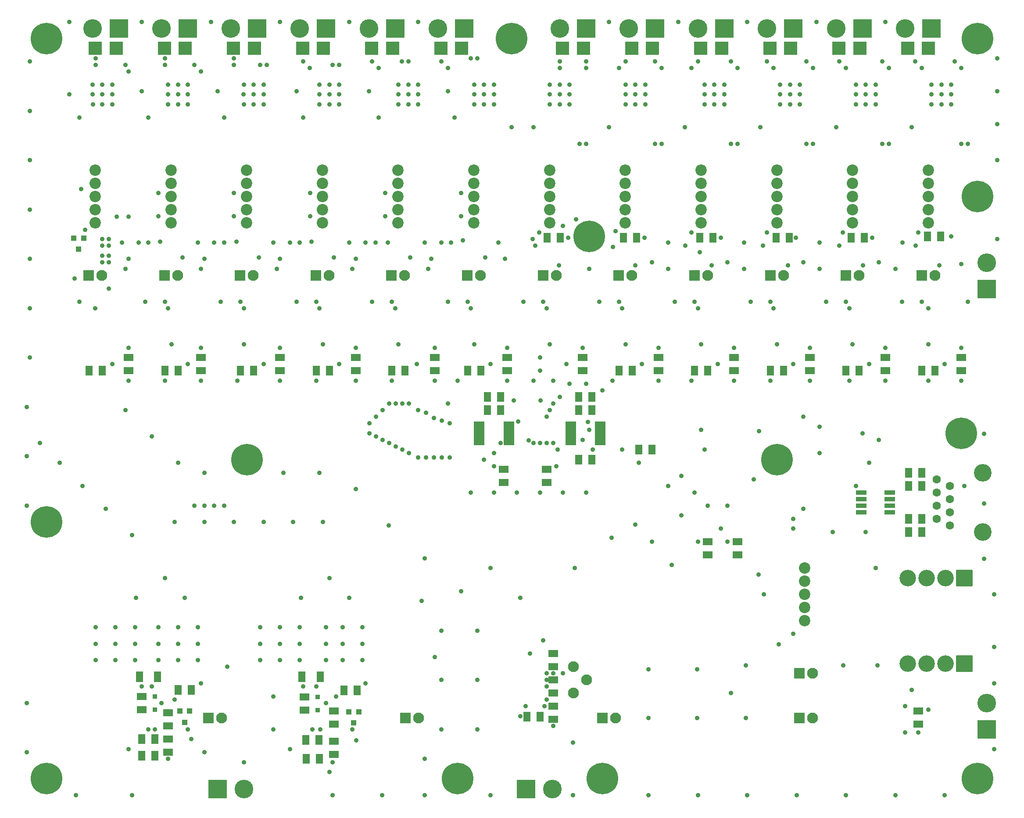
<source format=gbs>
G04 #@! TF.GenerationSoftware,KiCad,Pcbnew,7.0.9*
G04 #@! TF.CreationDate,2023-12-21T14:40:28+01:00*
G04 #@! TF.ProjectId,zone-controller,7a6f6e65-2d63-46f6-9e74-726f6c6c6572,v2.0*
G04 #@! TF.SameCoordinates,Original*
G04 #@! TF.FileFunction,Soldermask,Bot*
G04 #@! TF.FilePolarity,Negative*
%FSLAX46Y46*%
G04 Gerber Fmt 4.6, Leading zero omitted, Abs format (unit mm)*
G04 Created by KiCad (PCBNEW 7.0.9) date 2023-12-21 14:40:28*
%MOMM*%
%LPD*%
G01*
G04 APERTURE LIST*
G04 Aperture macros list*
%AMRoundRect*
0 Rectangle with rounded corners*
0 $1 Rounding radius*
0 $2 $3 $4 $5 $6 $7 $8 $9 X,Y pos of 4 corners*
0 Add a 4 corners polygon primitive as box body*
4,1,4,$2,$3,$4,$5,$6,$7,$8,$9,$2,$3,0*
0 Add four circle primitives for the rounded corners*
1,1,$1+$1,$2,$3*
1,1,$1+$1,$4,$5*
1,1,$1+$1,$6,$7*
1,1,$1+$1,$8,$9*
0 Add four rect primitives between the rounded corners*
20,1,$1+$1,$2,$3,$4,$5,0*
20,1,$1+$1,$4,$5,$6,$7,0*
20,1,$1+$1,$6,$7,$8,$9,0*
20,1,$1+$1,$8,$9,$2,$3,0*%
%AMFreePoly0*
4,1,13,0.685355,0.935355,0.700000,0.900000,0.700000,-0.900000,0.685355,-0.935355,0.650000,-0.950000,-0.650000,-0.950000,-0.685355,-0.935355,-0.700000,-0.900000,-0.700000,0.900000,-0.685355,0.935355,-0.650000,0.950000,0.650000,0.950000,0.685355,0.935355,0.685355,0.935355,$1*%
%AMFreePoly1*
4,1,13,1.035355,0.285355,1.050000,0.250000,1.050000,-0.250000,1.035355,-0.285355,1.000000,-0.300000,-1.000000,-0.300000,-1.035355,-0.285355,-1.050000,-0.250000,-1.050000,0.250000,-1.035355,0.285355,-1.000000,0.300000,1.000000,0.300000,1.035355,0.285355,1.035355,0.285355,$1*%
G04 Aperture macros list end*
%ADD10C,6.100000*%
%ADD11C,0.900000*%
%ADD12RoundRect,0.050000X-1.750000X-1.750000X1.750000X-1.750000X1.750000X1.750000X-1.750000X1.750000X0*%
%ADD13C,3.600000*%
%ADD14RoundRect,0.050000X-1.750000X1.750000X-1.750000X-1.750000X1.750000X-1.750000X1.750000X1.750000X0*%
%ADD15RoundRect,0.050000X-1.550000X1.550000X-1.550000X-1.550000X1.550000X-1.550000X1.550000X1.550000X0*%
%ADD16O,3.200000X3.200000*%
%ADD17C,3.400000*%
%ADD18C,1.600000*%
%ADD19C,2.100000*%
%ADD20RoundRect,0.050000X1.750000X1.750000X-1.750000X1.750000X-1.750000X-1.750000X1.750000X-1.750000X0*%
%ADD21FreePoly0,90.000000*%
%ADD22C,2.200000*%
%ADD23FreePoly0,180.000000*%
%ADD24FreePoly0,0.000000*%
%ADD25RoundRect,0.050000X-1.000000X-1.000000X1.000000X-1.000000X1.000000X1.000000X-1.000000X1.000000X0*%
%ADD26FreePoly0,270.000000*%
%ADD27RoundRect,0.050000X1.250000X1.250000X-1.250000X1.250000X-1.250000X-1.250000X1.250000X-1.250000X0*%
%ADD28RoundRect,0.050000X0.400000X-0.400000X0.400000X0.400000X-0.400000X0.400000X-0.400000X-0.400000X0*%
%ADD29RoundRect,0.050000X1.000000X0.250000X-1.000000X0.250000X-1.000000X-0.250000X1.000000X-0.250000X0*%
%ADD30FreePoly1,180.000000*%
%ADD31RoundRect,0.050000X-0.650000X-1.000000X0.650000X-1.000000X0.650000X1.000000X-0.650000X1.000000X0*%
%ADD32RoundRect,0.050000X1.000000X0.400000X-1.000000X0.400000X-1.000000X-0.400000X1.000000X-0.400000X0*%
%ADD33RoundRect,0.050000X-0.500000X0.500000X-0.500000X-0.500000X0.500000X-0.500000X0.500000X0.500000X0*%
%ADD34RoundRect,0.050000X-1.000000X-0.250000X1.000000X-0.250000X1.000000X0.250000X-1.000000X0.250000X0*%
%ADD35FreePoly1,0.000000*%
G04 APERTURE END LIST*
D10*
X234950000Y-99949000D03*
D11*
X186690000Y-72517000D03*
X179070000Y-175387000D03*
X139700000Y-175387000D03*
X229235000Y-70612000D03*
X140970000Y-74422000D03*
D12*
X184150000Y-59817000D03*
D13*
X179070000Y-59817000D03*
D11*
X147320000Y-175387000D03*
X184785000Y-72517000D03*
X182880000Y-72517000D03*
X142875000Y-70612000D03*
D12*
X287655000Y-59817000D03*
D13*
X282575000Y-59817000D03*
D11*
X139065000Y-70612000D03*
X302895000Y-70612000D03*
X259080000Y-74422000D03*
X212725000Y-70612000D03*
X187325000Y-178562000D03*
X241935000Y-72517000D03*
X257175000Y-72517000D03*
X260985000Y-74422000D03*
X179070000Y-181737000D03*
X231140000Y-74422000D03*
X184785000Y-70612000D03*
X229235000Y-72517000D03*
X155575000Y-72517000D03*
X139700000Y-178562000D03*
X260985000Y-70612000D03*
X288290000Y-70612000D03*
X171450000Y-175387000D03*
X214630000Y-70612000D03*
X140970000Y-70612000D03*
X142875000Y-72517000D03*
X273685000Y-74422000D03*
X212725000Y-72517000D03*
D12*
X197485000Y-59817000D03*
D13*
X192405000Y-59817000D03*
D11*
X245745000Y-70612000D03*
X200025000Y-70612000D03*
X151765000Y-178562000D03*
X143510000Y-178562000D03*
X200025000Y-74422000D03*
D10*
X309880000Y-204597000D03*
D11*
X302895000Y-72517000D03*
X151765000Y-181737000D03*
X151765000Y-175387000D03*
X227330000Y-74422000D03*
X157480000Y-72517000D03*
X198120000Y-70612000D03*
X139700000Y-181737000D03*
X275590000Y-74422000D03*
X288290000Y-72517000D03*
X304800000Y-72517000D03*
X170180000Y-72517000D03*
X153670000Y-70612000D03*
X275590000Y-72517000D03*
X191135000Y-175387000D03*
X216535000Y-74422000D03*
X200025000Y-72517000D03*
D10*
X309880000Y-92202000D03*
D11*
X286385000Y-72517000D03*
X155575000Y-181737000D03*
D14*
X311658000Y-195072000D03*
D13*
X311658000Y-189992000D03*
D11*
X184150000Y-175387000D03*
X155575000Y-74422000D03*
D12*
X144145000Y-59817000D03*
D13*
X139065000Y-59817000D03*
D11*
X259080000Y-70612000D03*
X175260000Y-178562000D03*
X304800000Y-74422000D03*
X184150000Y-181737000D03*
D15*
X307340000Y-165862000D03*
D16*
X303700000Y-165862000D03*
X300060000Y-165862000D03*
X296420000Y-165862000D03*
D11*
X170180000Y-74422000D03*
D10*
X237490000Y-204597000D03*
D11*
X212725000Y-74422000D03*
X153670000Y-72517000D03*
D10*
X130175000Y-204597000D03*
D12*
X300990000Y-59817000D03*
D13*
X295910000Y-59817000D03*
D11*
X182880000Y-74422000D03*
X147320000Y-178562000D03*
X198120000Y-74422000D03*
X143510000Y-175387000D03*
X290195000Y-70612000D03*
D12*
X210820000Y-59817000D03*
D13*
X205740000Y-59817000D03*
D11*
X159385000Y-181737000D03*
X155575000Y-70612000D03*
D12*
X170815000Y-59817000D03*
D13*
X165735000Y-59817000D03*
D11*
X155575000Y-178562000D03*
X273685000Y-72517000D03*
X271780000Y-70612000D03*
D17*
X310896000Y-156973000D03*
X310896000Y-145541000D03*
D18*
X304546000Y-155701000D03*
X302006000Y-154431000D03*
X304546000Y-153161000D03*
X302006000Y-151891000D03*
X304546000Y-150621000D03*
X302006000Y-149351000D03*
X304546000Y-148081000D03*
X302006000Y-146811000D03*
D11*
X201930000Y-70612000D03*
X172085000Y-74422000D03*
X170180000Y-70612000D03*
X184785000Y-74422000D03*
X142875000Y-74422000D03*
X227330000Y-72517000D03*
X175260000Y-175387000D03*
X243840000Y-72517000D03*
X187325000Y-181737000D03*
X191135000Y-178562000D03*
X245745000Y-72517000D03*
D10*
X168910000Y-143002000D03*
D11*
X304800000Y-70612000D03*
D19*
X231838500Y-188087000D03*
X234391200Y-185547000D03*
X231838500Y-183007000D03*
D11*
X275590000Y-70612000D03*
X198120000Y-72517000D03*
X231140000Y-70612000D03*
X168275000Y-70612000D03*
X300990000Y-70612000D03*
X259080000Y-72517000D03*
D20*
X163195000Y-206629000D03*
D13*
X168275000Y-206629000D03*
D10*
X306705000Y-137922000D03*
D15*
X307340000Y-182372000D03*
D16*
X303700000Y-182372000D03*
X300060000Y-182372000D03*
X296420000Y-182372000D03*
D11*
X300990000Y-74422000D03*
X139192000Y-74422000D03*
D12*
X274320000Y-59817000D03*
D13*
X269240000Y-59817000D03*
D11*
X290195000Y-72517000D03*
X271780000Y-74422000D03*
X257175000Y-74422000D03*
X229235000Y-74422000D03*
X241935000Y-70612000D03*
D12*
X234315000Y-59817000D03*
D13*
X229235000Y-59817000D03*
D11*
X231140000Y-72517000D03*
X143510000Y-181737000D03*
X159385000Y-175387000D03*
D20*
X222758000Y-206629000D03*
D13*
X227838000Y-206629000D03*
D11*
X214630000Y-72517000D03*
X157480000Y-74422000D03*
D10*
X219964000Y-61722000D03*
D11*
X227330000Y-70612000D03*
X157480000Y-70612000D03*
X201930000Y-72517000D03*
X302895000Y-74422000D03*
X271780000Y-72517000D03*
X171450000Y-181737000D03*
X168275000Y-74422000D03*
D12*
X260985000Y-59817000D03*
D13*
X255905000Y-59817000D03*
D11*
X245745000Y-74422000D03*
X155575000Y-175387000D03*
X201930000Y-74422000D03*
X260985000Y-72517000D03*
D14*
X311658000Y-110109000D03*
D13*
X311658000Y-105029000D03*
D11*
X179070000Y-178562000D03*
X300990000Y-72517000D03*
X288290000Y-74422000D03*
X286385000Y-74422000D03*
D12*
X157480000Y-59817000D03*
D13*
X152400000Y-59817000D03*
D11*
X186690000Y-74422000D03*
X243840000Y-70612000D03*
X257175000Y-70612000D03*
X175260000Y-181737000D03*
X182880000Y-70612000D03*
X171450000Y-178562000D03*
X168207000Y-72517000D03*
D12*
X247650000Y-59817000D03*
D13*
X242570000Y-59817000D03*
D10*
X130175000Y-155067000D03*
D11*
X172085000Y-70612000D03*
X140970000Y-72517000D03*
X191135000Y-181737000D03*
X216535000Y-70612000D03*
D10*
X209550000Y-204597000D03*
D11*
X290195000Y-74422000D03*
X243840000Y-74422000D03*
D10*
X130175000Y-61722000D03*
D11*
X172085000Y-72517000D03*
X241935000Y-74422000D03*
X159385000Y-178562000D03*
X214630000Y-74422000D03*
X286385000Y-70612000D03*
X184150000Y-178562000D03*
X273685000Y-70612000D03*
X187325000Y-175387000D03*
X147320000Y-181737000D03*
X139065000Y-72517000D03*
X153670000Y-74422000D03*
X186690000Y-70612000D03*
D10*
X271145000Y-143002000D03*
X309880000Y-61722000D03*
D11*
X216535000Y-72517000D03*
D21*
X226695000Y-147447000D03*
X226695000Y-144907000D03*
D22*
X168806091Y-97282000D03*
X168806091Y-94742000D03*
X168806091Y-92202000D03*
X168806091Y-89662000D03*
X168806091Y-87122000D03*
X212655727Y-97282000D03*
X212655727Y-94742000D03*
X212655727Y-92202000D03*
X212655727Y-89662000D03*
X212655727Y-87122000D03*
D23*
X302768000Y-99949000D03*
X300228000Y-99949000D03*
D22*
X227272273Y-97282000D03*
X227272273Y-94742000D03*
X227272273Y-92202000D03*
X227272273Y-89662000D03*
X227272273Y-87122000D03*
D24*
X138430000Y-125857000D03*
X140970000Y-125857000D03*
D25*
X161444000Y-192897000D03*
D19*
X163984000Y-192897000D03*
D24*
X148590000Y-196977000D03*
X151130000Y-196977000D03*
D26*
X179959000Y-188849000D03*
X179959000Y-191389000D03*
X153670000Y-191897000D03*
X153670000Y-194437000D03*
D22*
X271121909Y-97282000D03*
X271121909Y-94742000D03*
X271121909Y-92202000D03*
X271121909Y-89662000D03*
X271121909Y-87122000D03*
D24*
X153035000Y-125857000D03*
X155575000Y-125857000D03*
D27*
X247110000Y-63627000D03*
X243110000Y-63627000D03*
D23*
X299085000Y-145542000D03*
X296545000Y-145542000D03*
D24*
X222885000Y-192659000D03*
X225425000Y-192659000D03*
D22*
X198039182Y-97282000D03*
X198039182Y-94742000D03*
X198039182Y-92202000D03*
X198039182Y-89662000D03*
X198039182Y-87122000D03*
D24*
X180213000Y-197104000D03*
X182753000Y-197104000D03*
X215265000Y-130937000D03*
X217805000Y-130937000D03*
D23*
X299085000Y-154432000D03*
X296545000Y-154432000D03*
D28*
X151130000Y-191262000D03*
X151130000Y-188722000D03*
D26*
X292100000Y-123317000D03*
X292100000Y-125857000D03*
X148590000Y-188722000D03*
X148590000Y-191262000D03*
D27*
X273780000Y-63627000D03*
X269780000Y-63627000D03*
D24*
X211455000Y-125857000D03*
X213995000Y-125857000D03*
D21*
X263525000Y-161417000D03*
X263525000Y-158877000D03*
D25*
X237444000Y-192897000D03*
D19*
X239984000Y-192897000D03*
D25*
X167536091Y-107442000D03*
D19*
X170076091Y-107442000D03*
D21*
X153670000Y-199517000D03*
X153670000Y-196977000D03*
D26*
X146050000Y-123317000D03*
X146050000Y-125857000D03*
X233680000Y-123317000D03*
X233680000Y-125857000D03*
D27*
X156940000Y-63627000D03*
X152940000Y-63627000D03*
D26*
X227965000Y-180467000D03*
X227965000Y-183007000D03*
D21*
X227965000Y-188087000D03*
X227965000Y-185547000D03*
X218440000Y-147447000D03*
X218440000Y-144907000D03*
D23*
X244094000Y-100203000D03*
X241554000Y-100203000D03*
D26*
X248285000Y-123317000D03*
X248285000Y-125857000D03*
D24*
X255270000Y-125857000D03*
X257810000Y-125857000D03*
D21*
X257810000Y-161417000D03*
X257810000Y-158877000D03*
D25*
X226002273Y-107442000D03*
D19*
X228542273Y-107442000D03*
D23*
X247015000Y-141097000D03*
X244475000Y-141097000D03*
D21*
X298450000Y-194056000D03*
X298450000Y-191516000D03*
D29*
X237050500Y-135972000D03*
X237050500Y-136622000D03*
X237050500Y-137272000D03*
X237050500Y-137922000D03*
X237050500Y-138572000D03*
X237050500Y-139222000D03*
D30*
X237050500Y-139872000D03*
D29*
X231325500Y-139872000D03*
X231325500Y-139222000D03*
X231325500Y-138572000D03*
X231325500Y-137922000D03*
X231325500Y-137272000D03*
X231325500Y-136622000D03*
X231325500Y-135972000D03*
D22*
X241888818Y-97282000D03*
X241888818Y-94742000D03*
X241888818Y-92202000D03*
X241888818Y-89662000D03*
X241888818Y-87122000D03*
D24*
X299085000Y-125857000D03*
X301625000Y-125857000D03*
D27*
X260445000Y-63627000D03*
X256445000Y-63627000D03*
D25*
X275444000Y-192897000D03*
D19*
X277984000Y-192897000D03*
D24*
X196850000Y-125857000D03*
X199390000Y-125857000D03*
D26*
X205105000Y-123317000D03*
X205105000Y-125857000D03*
D23*
X273558000Y-100203000D03*
X271018000Y-100203000D03*
D27*
X170275000Y-63627000D03*
X166275000Y-63627000D03*
D31*
X148110000Y-184912000D03*
X151610000Y-184912000D03*
D25*
X138303000Y-107442000D03*
D19*
X140843000Y-107442000D03*
D25*
X299085000Y-107442000D03*
D19*
X301625000Y-107442000D03*
D26*
X306705000Y-123317000D03*
X306705000Y-125857000D03*
D22*
X154189540Y-97282000D03*
X154189540Y-94742000D03*
X154189540Y-92202000D03*
X154189540Y-89662000D03*
X154189540Y-87122000D03*
X300355000Y-97282000D03*
X300355000Y-94742000D03*
X300355000Y-92202000D03*
X300355000Y-89662000D03*
X300355000Y-87122000D03*
D23*
X235458000Y-143002000D03*
X232918000Y-143002000D03*
D32*
X292955000Y-149352000D03*
X292955000Y-150622000D03*
X292955000Y-151892000D03*
X292955000Y-153162000D03*
X287435000Y-153162000D03*
X287435000Y-151892000D03*
X287435000Y-150622000D03*
X287435000Y-149352000D03*
D24*
X182245000Y-125857000D03*
X184785000Y-125857000D03*
D27*
X233775000Y-63627000D03*
X229775000Y-63627000D03*
D33*
X188534000Y-191659000D03*
X190434000Y-191659000D03*
X189484000Y-193859000D03*
D27*
X210280000Y-63627000D03*
X206280000Y-63627000D03*
D24*
X232918000Y-133477000D03*
X235458000Y-133477000D03*
D26*
X189865000Y-123317000D03*
X189865000Y-125857000D03*
D25*
X255235364Y-107442000D03*
D19*
X257775364Y-107442000D03*
D26*
X175260000Y-123317000D03*
X175260000Y-125857000D03*
D31*
X179479000Y-184912000D03*
X182979000Y-184912000D03*
D25*
X275444000Y-184277000D03*
D19*
X277984000Y-184277000D03*
D33*
X155895000Y-191532000D03*
X157795000Y-191532000D03*
X156845000Y-193732000D03*
D25*
X269851909Y-107442000D03*
D19*
X272391909Y-107442000D03*
D27*
X287115000Y-63627000D03*
X283115000Y-63627000D03*
D22*
X183422636Y-97282000D03*
X183422636Y-94742000D03*
X183422636Y-92202000D03*
X183422636Y-89662000D03*
X183422636Y-87122000D03*
D27*
X143605000Y-63627000D03*
X139605000Y-63627000D03*
D24*
X240665000Y-125857000D03*
X243205000Y-125857000D03*
D26*
X227965000Y-190627000D03*
X227965000Y-193167000D03*
D22*
X139573000Y-97282000D03*
X139573000Y-94742000D03*
X139573000Y-92202000D03*
X139573000Y-89662000D03*
X139573000Y-87122000D03*
D34*
X213672500Y-139872000D03*
X213672500Y-139222000D03*
X213672500Y-138572000D03*
X213672500Y-137922000D03*
X213672500Y-137272000D03*
X213672500Y-136622000D03*
D35*
X213672500Y-135972000D03*
D34*
X219397500Y-135972000D03*
X219397500Y-136622000D03*
X219397500Y-137272000D03*
X219397500Y-137922000D03*
X219397500Y-138572000D03*
X219397500Y-139222000D03*
X219397500Y-139872000D03*
D26*
X219075000Y-123317000D03*
X219075000Y-125857000D03*
D23*
X258826000Y-100203000D03*
X256286000Y-100203000D03*
D25*
X182152636Y-107442000D03*
D19*
X184692636Y-107442000D03*
D24*
X232918000Y-130937000D03*
X235458000Y-130937000D03*
D25*
X196769182Y-107442000D03*
D19*
X199309182Y-107442000D03*
D23*
X299085000Y-156972000D03*
X296545000Y-156972000D03*
X299085000Y-148082000D03*
X296545000Y-148082000D03*
D24*
X269875000Y-125857000D03*
X272415000Y-125857000D03*
D23*
X190119000Y-187579000D03*
X187579000Y-187579000D03*
X229362000Y-100203000D03*
X226822000Y-100203000D03*
X288036000Y-100203000D03*
X285496000Y-100203000D03*
D26*
X262890000Y-123317000D03*
X262890000Y-125857000D03*
X185674000Y-191516000D03*
X185674000Y-194056000D03*
D24*
X215265000Y-133477000D03*
X217805000Y-133477000D03*
D22*
X256505364Y-97282000D03*
X256505364Y-94742000D03*
X256505364Y-92202000D03*
X256505364Y-89662000D03*
X256505364Y-87122000D03*
D23*
X158115000Y-187452000D03*
X155575000Y-187452000D03*
D28*
X182499000Y-191389000D03*
X182499000Y-188849000D03*
D22*
X285738455Y-97282000D03*
X285738455Y-94742000D03*
X285738455Y-92202000D03*
X285738455Y-89662000D03*
X285738455Y-87122000D03*
D24*
X284480000Y-125857000D03*
X287020000Y-125857000D03*
D26*
X277495000Y-123317000D03*
X277495000Y-125857000D03*
X160020000Y-123317000D03*
X160020000Y-125857000D03*
D27*
X300355000Y-63627000D03*
X296355000Y-63627000D03*
D24*
X167640000Y-125857000D03*
X170180000Y-125857000D03*
D27*
X196945000Y-63627000D03*
X192945000Y-63627000D03*
D25*
X152919540Y-107442000D03*
D19*
X155459540Y-107442000D03*
D22*
X276479000Y-174117000D03*
X276479000Y-171577000D03*
X276479000Y-169037000D03*
X276479000Y-166497000D03*
X276479000Y-163957000D03*
D25*
X284468455Y-107442000D03*
D19*
X287008455Y-107442000D03*
D21*
X185674000Y-199898000D03*
X185674000Y-197358000D03*
D25*
X199444000Y-192897000D03*
D19*
X201984000Y-192897000D03*
D27*
X183610000Y-63627000D03*
X179610000Y-63627000D03*
D24*
X148590000Y-200152000D03*
X151130000Y-200152000D03*
D25*
X211385727Y-107442000D03*
D19*
X213925727Y-107442000D03*
D25*
X240618818Y-107442000D03*
D19*
X243158818Y-107442000D03*
D33*
X135448000Y-100219000D03*
X137348000Y-100219000D03*
X136398000Y-102419000D03*
D24*
X180340000Y-200787000D03*
X182880000Y-200787000D03*
D11*
X286385000Y-148082000D03*
X189865000Y-127762000D03*
X182880000Y-145542000D03*
X207645000Y-132207000D03*
X196850000Y-127762000D03*
X224155000Y-127762000D03*
X294005000Y-207772000D03*
X311150000Y-151511000D03*
X262890000Y-127762000D03*
X246380000Y-207772000D03*
X279400000Y-136652000D03*
X257175000Y-141097000D03*
X213360000Y-185547000D03*
X292100000Y-127762000D03*
X269875000Y-127762000D03*
X267589000Y-165227000D03*
X306705000Y-127762000D03*
X209550000Y-127762000D03*
X168275000Y-120777000D03*
X311150000Y-162179000D03*
X283972000Y-182753000D03*
X183515000Y-120777000D03*
X198120000Y-120777000D03*
X160020000Y-127762000D03*
X255905000Y-207772000D03*
X311150000Y-138049000D03*
X175895000Y-145542000D03*
X246380000Y-192913000D03*
X213360000Y-195072000D03*
X313055000Y-179197000D03*
X313055000Y-186182000D03*
X153035000Y-127762000D03*
X313055000Y-198882000D03*
X271145000Y-120777000D03*
X212725000Y-120777000D03*
X219075000Y-127762000D03*
X227330000Y-120777000D03*
X265176000Y-182753000D03*
X239395000Y-127762000D03*
X215900000Y-207772000D03*
X285115000Y-127762000D03*
X215392000Y-133731000D03*
X303530000Y-207772000D03*
X232156000Y-163957000D03*
X265430000Y-207772000D03*
X241935000Y-120777000D03*
X221234000Y-135636000D03*
X313055000Y-169037000D03*
X150495000Y-138557000D03*
X145415000Y-133477000D03*
X241300000Y-141097000D03*
X189865000Y-148717000D03*
X300355000Y-127762000D03*
X155575000Y-143637000D03*
X285750000Y-120777000D03*
X246380000Y-183515000D03*
X210185000Y-168402000D03*
X160655000Y-145542000D03*
X297180000Y-187452000D03*
X295910000Y-190627000D03*
X255270000Y-149352000D03*
X256540000Y-120777000D03*
X265176000Y-192913000D03*
X175260000Y-127762000D03*
X239268000Y-158115000D03*
X205105000Y-127762000D03*
X274955000Y-207772000D03*
X284480000Y-207772000D03*
X229870000Y-184277000D03*
X300355000Y-120777000D03*
X231775000Y-197612000D03*
X254635000Y-127762000D03*
X227965000Y-127762000D03*
X196215000Y-155702000D03*
X226060000Y-177927000D03*
X279400000Y-141732000D03*
X255778000Y-183515000D03*
X255778000Y-192913000D03*
X220345000Y-131572000D03*
X290576000Y-182753000D03*
X214630000Y-143002000D03*
X243840000Y-155575000D03*
X213360000Y-176022000D03*
X231775000Y-207772000D03*
X248285000Y-127762000D03*
X146050000Y-127762000D03*
X182245000Y-127762000D03*
X277495000Y-127762000D03*
X154305000Y-120777000D03*
X267716000Y-137541000D03*
X203200000Y-162052000D03*
X167005000Y-127762000D03*
X256540000Y-137287000D03*
X250190000Y-148082000D03*
X175260000Y-121412000D03*
X298450000Y-195707000D03*
X215900000Y-163957000D03*
X219075000Y-121412000D03*
X276225000Y-134747000D03*
X292100000Y-121412000D03*
X146050000Y-121412000D03*
X262890000Y-121412000D03*
X221615000Y-169672000D03*
X225425000Y-123317000D03*
X234696000Y-135763000D03*
X235585000Y-141097000D03*
X233680000Y-121412000D03*
X189865000Y-121412000D03*
X233680000Y-139192000D03*
X205105000Y-121412000D03*
X217805000Y-139827000D03*
X247015000Y-158877000D03*
X271526000Y-178689000D03*
X160020000Y-121412000D03*
X277495000Y-121412000D03*
X237490000Y-129667000D03*
X262255000Y-188087000D03*
X250825000Y-163322000D03*
X261620000Y-151892000D03*
X218059000Y-133604000D03*
X306705000Y-121412000D03*
X248285000Y-121412000D03*
X276225000Y-152527000D03*
X175260000Y-104267000D03*
X167640000Y-112522000D03*
X185420000Y-66802000D03*
X171450000Y-66802000D03*
X163830000Y-112522000D03*
X142240000Y-103632000D03*
X158750000Y-66802000D03*
X214884000Y-104013000D03*
X212090000Y-65532000D03*
X198755000Y-66167000D03*
X153035000Y-112522000D03*
X146050000Y-68072000D03*
X140970000Y-103632000D03*
X193040000Y-112522000D03*
X178435000Y-112522000D03*
X182245000Y-112522000D03*
X146050000Y-96139000D03*
X171196000Y-104013000D03*
X160655000Y-104267000D03*
X146050000Y-104267000D03*
X145415000Y-66802000D03*
X185674000Y-104013000D03*
X213360000Y-65532000D03*
X160020000Y-68072000D03*
X156464000Y-104013000D03*
X196850000Y-112522000D03*
X140970000Y-104902000D03*
X149225000Y-112522000D03*
X204470000Y-104267000D03*
X211455000Y-112522000D03*
X200025000Y-66167000D03*
X207645000Y-112522000D03*
X200406000Y-104013000D03*
X189865000Y-104267000D03*
X172720000Y-66802000D03*
X186690000Y-66802000D03*
X142240000Y-104902000D03*
X218694000Y-104267000D03*
X143764000Y-96139000D03*
X306705000Y-105283000D03*
X247650000Y-82042000D03*
X307975000Y-82042000D03*
X164465000Y-151892000D03*
X255270000Y-112522000D03*
X263525000Y-67437000D03*
X234315000Y-66167000D03*
X263525000Y-82042000D03*
X290830000Y-104902000D03*
X158750000Y-151892000D03*
X240665000Y-112522000D03*
X248920000Y-82042000D03*
X305435000Y-66167000D03*
X278130000Y-82042000D03*
X266065000Y-112522000D03*
X226060000Y-112522000D03*
X284480000Y-112522000D03*
X229870000Y-97917000D03*
X229108000Y-105537000D03*
X291465000Y-66167000D03*
X262255000Y-66167000D03*
X291465000Y-82042000D03*
X278130000Y-67437000D03*
X273304000Y-105537000D03*
X160655000Y-151892000D03*
X233045000Y-82042000D03*
X243840000Y-105537000D03*
X306705000Y-67437000D03*
X299085000Y-112522000D03*
X236855000Y-112522000D03*
X262255000Y-82042000D03*
X234315000Y-82042000D03*
X295275000Y-112522000D03*
X222250000Y-112522000D03*
X248920000Y-67437000D03*
X280670000Y-112522000D03*
X292735000Y-82042000D03*
X269875000Y-112522000D03*
X306705000Y-82042000D03*
X232410000Y-96647000D03*
X224028000Y-100457000D03*
X234315000Y-67437000D03*
X258572000Y-105537000D03*
X287782000Y-105537000D03*
X292735000Y-67437000D03*
X276860000Y-66167000D03*
X261620000Y-104902000D03*
X247015000Y-104902000D03*
X247650000Y-66167000D03*
X302514000Y-105537000D03*
X276225000Y-104902000D03*
X276860000Y-82042000D03*
X251460000Y-112522000D03*
X162560000Y-151892000D03*
X141605000Y-152527000D03*
X173990000Y-101092000D03*
X159385000Y-101092000D03*
X154940000Y-155067000D03*
X188595000Y-58547000D03*
X160655000Y-155067000D03*
X153670000Y-113792000D03*
X224155000Y-78867000D03*
X142240000Y-100457000D03*
X135890000Y-207772000D03*
X219964000Y-78867000D03*
X238760000Y-58547000D03*
X126365000Y-199517000D03*
X152146000Y-100965000D03*
X132715000Y-143637000D03*
X184785000Y-203327000D03*
X160020000Y-106172000D03*
X197485000Y-113792000D03*
X175260000Y-58547000D03*
X295402000Y-101092000D03*
X202565000Y-170307000D03*
X140970000Y-101727000D03*
X191770000Y-101092000D03*
X161925000Y-58547000D03*
X313690000Y-100457000D03*
X196088000Y-101092000D03*
X172085000Y-155067000D03*
X208280000Y-101092000D03*
X283210000Y-101727000D03*
X160655000Y-199517000D03*
X146685000Y-157607000D03*
X253492000Y-101727000D03*
X292100000Y-58547000D03*
X179070000Y-101092000D03*
X140970000Y-100457000D03*
X283845000Y-99187000D03*
X182880000Y-113792000D03*
X255905000Y-113792000D03*
X168275000Y-201422000D03*
X177800000Y-155067000D03*
X252095000Y-58547000D03*
X264795000Y-101092000D03*
X127000000Y-94742000D03*
X144780000Y-101092000D03*
X127000000Y-85217000D03*
X241300000Y-113792000D03*
X238760000Y-78867000D03*
X203200000Y-207772000D03*
X226695000Y-113792000D03*
X127000000Y-104267000D03*
X240030000Y-98933000D03*
X162560000Y-101092000D03*
X164465000Y-101092000D03*
X264795000Y-106172000D03*
X126365000Y-132842000D03*
X165100000Y-183007000D03*
X127000000Y-123317000D03*
X168275000Y-113792000D03*
X279400000Y-106172000D03*
X126365000Y-142367000D03*
X137160000Y-148082000D03*
X278765000Y-58547000D03*
X146685000Y-207772000D03*
X206375000Y-101092000D03*
X189230000Y-106172000D03*
X174625000Y-106172000D03*
X313690000Y-71882000D03*
X194945000Y-207772000D03*
X210566000Y-100711000D03*
X254635000Y-99187000D03*
X181356000Y-100965000D03*
X224536000Y-101727000D03*
X173990000Y-195072000D03*
X234950000Y-106172000D03*
X294005000Y-106172000D03*
X201930000Y-58547000D03*
X203200000Y-101092000D03*
X126365000Y-189992000D03*
X149860000Y-101092000D03*
X205105000Y-181102000D03*
X127000000Y-113792000D03*
X297180000Y-78867000D03*
X127000000Y-66167000D03*
X225298000Y-99187000D03*
X265430000Y-58547000D03*
X188595000Y-101092000D03*
X250190000Y-101092000D03*
X270510000Y-113792000D03*
X185420000Y-207772000D03*
X239522000Y-101981000D03*
X148590000Y-58547000D03*
X300355000Y-113792000D03*
X297942000Y-101727000D03*
X269240000Y-99187000D03*
X134620000Y-58547000D03*
X298450000Y-99187000D03*
X268478000Y-101727000D03*
X135636000Y-108077000D03*
X267970000Y-78867000D03*
X145415000Y-106172000D03*
X253365000Y-78867000D03*
X183515000Y-155067000D03*
X206375000Y-185547000D03*
X193675000Y-101092000D03*
X313690000Y-85217000D03*
X166878000Y-100965000D03*
X279400000Y-101092000D03*
X177165000Y-101092000D03*
X307975000Y-112522000D03*
X126365000Y-151892000D03*
X206375000Y-195072000D03*
X128905000Y-139827000D03*
X142240000Y-101727000D03*
X250190000Y-106172000D03*
X166370000Y-155067000D03*
X313690000Y-78232000D03*
X203200000Y-200787000D03*
X212090000Y-113792000D03*
X217424000Y-101092000D03*
X285115000Y-113792000D03*
X127000000Y-75692000D03*
X142240000Y-109982000D03*
X206375000Y-176022000D03*
X313690000Y-65532000D03*
X139573000Y-113792000D03*
X282575000Y-78867000D03*
X147955000Y-101092000D03*
X173990000Y-188722000D03*
X203835000Y-106172000D03*
X154940000Y-189357000D03*
X158115000Y-196977000D03*
X268605000Y-169037000D03*
X274320000Y-176657000D03*
X266700000Y-146812000D03*
X234950000Y-137287000D03*
X186055000Y-188722000D03*
X189992000Y-197231000D03*
X221615000Y-192532000D03*
X226695000Y-184277000D03*
X226695000Y-185547000D03*
X226695000Y-189357000D03*
X226695000Y-186817000D03*
X227965000Y-184277000D03*
X223520000Y-180467000D03*
X177165000Y-198882000D03*
X146050000Y-198882000D03*
X152400000Y-189992000D03*
X184150000Y-189992000D03*
X300355000Y-191262000D03*
X295910000Y-195707000D03*
X216535000Y-149352000D03*
X229870000Y-149352000D03*
X234315000Y-149352000D03*
X225425000Y-149352000D03*
X212090000Y-149352000D03*
X220980000Y-149352000D03*
X201930000Y-142621000D03*
X201930000Y-133477000D03*
X203454000Y-133985000D03*
X203454000Y-142621000D03*
X204978000Y-142621000D03*
X204978000Y-135001000D03*
X206502000Y-142621000D03*
X206502000Y-135509000D03*
X208026000Y-136017000D03*
X208026000Y-142621000D03*
X261620000Y-158877000D03*
X255905000Y-158877000D03*
X252730000Y-153797000D03*
X252730000Y-146177000D03*
X244475000Y-143637000D03*
X156845000Y-169672000D03*
X148590000Y-186817000D03*
X147447000Y-169672000D03*
X216535000Y-144272000D03*
X216535000Y-141732000D03*
X228600000Y-144272000D03*
X228854000Y-141097000D03*
X290195000Y-163957000D03*
X288290000Y-156972000D03*
X281940000Y-156972000D03*
X274320000Y-156337000D03*
X288925000Y-143637000D03*
X290830000Y-139192000D03*
X287655000Y-137922000D03*
X274320000Y-154432000D03*
X188595000Y-169672000D03*
X179324000Y-169672000D03*
X179705000Y-186817000D03*
X307340000Y-148082000D03*
X257810000Y-151892000D03*
X260350000Y-156337000D03*
X136525000Y-76962000D03*
X134620000Y-72517000D03*
X149860000Y-76962000D03*
X148590000Y-71882000D03*
X163195000Y-71882000D03*
X164465000Y-76962000D03*
X179705000Y-76962000D03*
X178435000Y-71882000D03*
X192405000Y-71882000D03*
X194310000Y-76962000D03*
X207645000Y-71882000D03*
X208915000Y-76962000D03*
X153035000Y-165862000D03*
X160020000Y-186182000D03*
X137668000Y-98679000D03*
X157480000Y-195072000D03*
X150495000Y-186817000D03*
X184785000Y-165862000D03*
X191770000Y-186182000D03*
X189230000Y-195072000D03*
X182245000Y-186817000D03*
X256286000Y-102997000D03*
X223266000Y-139319000D03*
X225552000Y-131572000D03*
X227965000Y-194437000D03*
X222631000Y-190627000D03*
X226314000Y-190627000D03*
X151130000Y-195072000D03*
X149860000Y-195072000D03*
X153670000Y-200787000D03*
X183007000Y-195072000D03*
X181483000Y-195072000D03*
X185420000Y-201422000D03*
X229235000Y-67437000D03*
X230886000Y-100203000D03*
X229235000Y-66167000D03*
X139700000Y-65532000D03*
X139700000Y-66802000D03*
X136906000Y-90805000D03*
X136525000Y-112522000D03*
X153035000Y-66802000D03*
X153035000Y-65532000D03*
X151765000Y-96012000D03*
X151765000Y-91567000D03*
X166370000Y-66802000D03*
X166370000Y-65532000D03*
X180975000Y-67437000D03*
X179705000Y-66167000D03*
X193040000Y-66167000D03*
X194310000Y-67437000D03*
X206375000Y-66167000D03*
X207645000Y-67437000D03*
X240665000Y-67437000D03*
X245618000Y-100203000D03*
X241935000Y-66167000D03*
X260350000Y-100203000D03*
X255905000Y-66167000D03*
X254635000Y-67437000D03*
X270510000Y-67437000D03*
X274828000Y-100203000D03*
X269240000Y-66167000D03*
X283210000Y-66167000D03*
X284480000Y-67437000D03*
X289560000Y-100203000D03*
X304800000Y-99949000D03*
X297815000Y-66167000D03*
X299085000Y-67437000D03*
X192532000Y-137922000D03*
X192532000Y-136017000D03*
X193802000Y-138557000D03*
X193802000Y-134747000D03*
X195072000Y-139192000D03*
X195072000Y-133477000D03*
X196342000Y-139827000D03*
X196342000Y-132207000D03*
X197612000Y-132207000D03*
X197612000Y-140462000D03*
X166370000Y-91567000D03*
X166370000Y-96012000D03*
X181102000Y-96012000D03*
X181102000Y-91567000D03*
X195580000Y-91567000D03*
X195580000Y-96012000D03*
X210185000Y-91567000D03*
X210185000Y-96012000D03*
X198882000Y-141097000D03*
X198882000Y-132207000D03*
X200152000Y-132207000D03*
X200152000Y-141732000D03*
X227965000Y-139827000D03*
X229235000Y-130937000D03*
X227965000Y-132207000D03*
X226695000Y-139827000D03*
X225425000Y-139827000D03*
X227330000Y-133477000D03*
X226695000Y-134747000D03*
X224155000Y-139827000D03*
X142875000Y-124587000D03*
X157480000Y-124587000D03*
X172085000Y-124587000D03*
X186690000Y-124587000D03*
X201676000Y-124587000D03*
X215900000Y-124587000D03*
X230505000Y-124587000D03*
X225425000Y-125857000D03*
X245110000Y-124587000D03*
X234315000Y-128397000D03*
X231140000Y-128397000D03*
X259715000Y-124587000D03*
X274320000Y-124587000D03*
X288925000Y-124587000D03*
X303530000Y-124587000D03*
M02*

</source>
